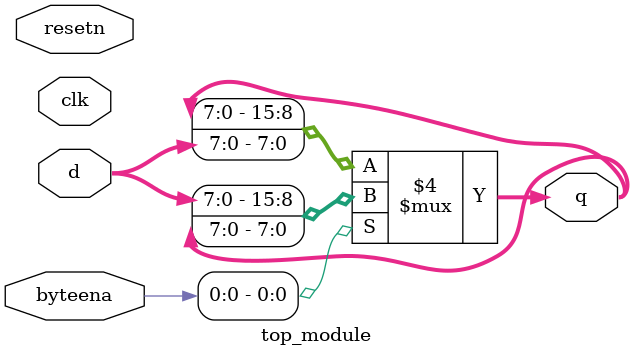
<source format=sv>
module top_module(
   input clk,
   input resetn,
   input [1:0] byteena,
   input [15:0] d,
   output reg [15:0] q
);

reg [15:0] q_reg;

always @(posedge clk or negedge resetn) begin
   if (!resetn) begin
      q_reg <= 16'b0;
   end else begin
      q_reg <= byteena[1] ? {q[15:8], d[7:0]} : {q[15:8], q[7:0]};
   end
end

assign q = byteena[0] ? {d[7:0], q[7:0]} : {q[7:0], d[7:0]};

endmodule

</source>
